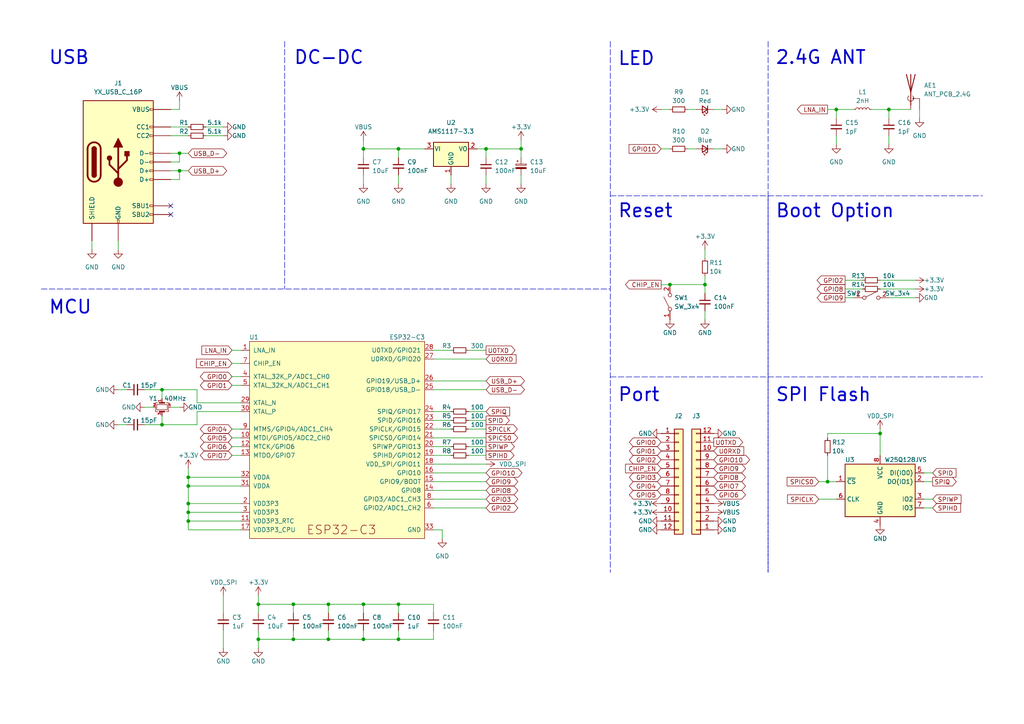
<source format=kicad_sch>
(kicad_sch (version 20211123) (generator eeschema)
  (paper "A4")
  (lib_symbols
    (symbol "Connector:USB_C_Receptacle_USB2.0" (pin_numbers hide) (pin_names (offset 1.016))
      (property "Reference" "J" (at -10.16 19.05 0))
      (property "Value" "USB_C_Receptacle_USB2.0" (at 19.05 19.05 0))
      (symbol "USB_C_Receptacle_USB2.0_0_0"
        (rectangle (start -0.254 -17.78) (end 0.254 -16.764))
        (rectangle (start 10.16 -14.986) (end 9.144 -15.494))
        (rectangle (start 10.16 -12.446) (end 9.144 -12.954))
        (rectangle (start 10.16 -4.826) (end 9.144 -5.334))
        (rectangle (start 10.16 -2.286) (end 9.144 -2.794))
        (rectangle (start 10.16 0.254) (end 9.144 -0.254))
        (rectangle (start 10.16 2.794) (end 9.144 2.286))
        (rectangle (start 10.16 7.874) (end 9.144 7.366))
        (rectangle (start 10.16 10.414) (end 9.144 9.906))
        (rectangle (start 10.16 15.494) (end 9.144 14.986))
      )
      (symbol "USB_C_Receptacle_USB2.0_0_1"
        (rectangle (start -10.16 17.78) (end 10.16 -17.78) (stroke (width 0.254)) (fill (type background)))
        (arc (start -8.89 -3.81) (mid -6.985 -5.715) (end -5.08 -3.81) (stroke (width 0.508)))
        (arc (start -7.62 -3.81) (mid -6.985 -4.445) (end -6.35 -3.81) (stroke (width 0.254)))
        (arc (start -7.62 -3.81) (mid -6.985 -4.445) (end -6.35 -3.81) (stroke (width 0.254)) (fill (type outline)))
        (rectangle (start -7.62 -3.81) (end -6.35 3.81) (stroke (width 0.254)) (fill (type outline)))
        (arc (start -6.35 3.81) (mid -6.985 4.445) (end -7.62 3.81) (stroke (width 0.254)))
        (arc (start -6.35 3.81) (mid -6.985 4.445) (end -7.62 3.81) (stroke (width 0.254)) (fill (type outline)))
        (arc (start -5.08 3.81) (mid -6.985 5.715) (end -8.89 3.81) (stroke (width 0.508)))
        (circle (center -2.54 1.143) (radius 0.635) (stroke (width 0.254)) (fill (type outline)))
        (circle (center 0 -5.842) (radius 1.27) (fill (type outline)))
        (polyline (pts (xy -8.89 -3.81) (xy -8.89 3.81)) (stroke (width 0.508)))
        (polyline (pts (xy -5.08 3.81) (xy -5.08 -3.81)) (stroke (width 0.508)))
        (polyline (pts (xy 0 -5.842) (xy 0 4.318)) (stroke (width 0.508)))
        (polyline (pts (xy 0 -3.302) (xy -2.54 -0.762) (xy -2.54 0.508)) (stroke (width 0.508)))
        (polyline (pts (xy 0 -2.032) (xy 2.54 0.508) (xy 2.54 1.778)) (stroke (width 0.508)))
        (polyline (pts (xy -1.27 4.318) (xy 0 6.858) (xy 1.27 4.318) (xy -1.27 4.318)) (stroke (width 0.254)) (fill (type outline)))
        (rectangle (start 1.905 1.778) (end 3.175 3.048) (stroke (width 0.254)) (fill (type outline)))
      )
      (symbol "USB_C_Receptacle_USB2.0_1_1"
        (pin passive line (at 0 -22.86 90) (length 5.08) (name "GND") (number "A1"))
        (pin passive line (at 0 -22.86 90) (length 5.08) hide (name "GND") (number "A12"))
        (pin passive line (at 15.24 15.24 180) (length 5.08) (name "VBUS") (number "A4"))
        (pin bidirectional line (at 15.24 10.16 180) (length 5.08) (name "CC1") (number "A5"))
        (pin bidirectional line (at 15.24 -2.54 180) (length 5.08) (name "D+") (number "A6"))
        (pin bidirectional line (at 15.24 2.54 180) (length 5.08) (name "D-") (number "A7"))
        (pin bidirectional line (at 15.24 -12.7 180) (length 5.08) (name "SBU1") (number "A8"))
        (pin passive line (at 15.24 15.24 180) (length 5.08) hide (name "VBUS") (number "A9"))
        (pin passive line (at 0 -22.86 90) (length 5.08) hide (name "GND") (number "B1"))
        (pin passive line (at 0 -22.86 90) (length 5.08) hide (name "GND") (number "B12"))
        (pin passive line (at 15.24 15.24 180) (length 5.08) hide (name "VBUS") (number "B4"))
        (pin bidirectional line (at 15.24 7.62 180) (length 5.08) (name "CC2") (number "B5"))
        (pin bidirectional line (at 15.24 -5.08 180) (length 5.08) (name "D+") (number "B6"))
        (pin bidirectional line (at 15.24 0 180) (length 5.08) (name "D-") (number "B7"))
        (pin bidirectional line (at 15.24 -15.24 180) (length 5.08) (name "SBU2") (number "B8"))
        (pin passive line (at 15.24 15.24 180) (length 5.08) hide (name "VBUS") (number "B9"))
        (pin passive line (at -7.62 -22.86 90) (length 5.08) (name "SHIELD") (number "S1"))
      )
    )
    (symbol "Connector_Generic:Conn_01x12" (pin_names (offset 1.016) hide)
      (property "Reference" "J" (at 0 15.24 0))
      (property "Value" "Conn_01x12" (at 0 -17.78 0))
      (symbol "Conn_01x12_1_1"
        (rectangle (start -1.27 -15.113) (end 0 -15.367) (stroke (width 0.1524)))
        (rectangle (start -1.27 -12.573) (end 0 -12.827) (stroke (width 0.1524)))
        (rectangle (start -1.27 -10.033) (end 0 -10.287) (stroke (width 0.1524)))
        (rectangle (start -1.27 -7.493) (end 0 -7.747) (stroke (width 0.1524)))
        (rectangle (start -1.27 -4.953) (end 0 -5.207) (stroke (width 0.1524)))
        (rectangle (start -1.27 -2.413) (end 0 -2.667) (stroke (width 0.1524)))
        (rectangle (start -1.27 0.127) (end 0 -0.127) (stroke (width 0.1524)))
        (rectangle (start -1.27 2.667) (end 0 2.413) (stroke (width 0.1524)))
        (rectangle (start -1.27 5.207) (end 0 4.953) (stroke (width 0.1524)))
        (rectangle (start -1.27 7.747) (end 0 7.493) (stroke (width 0.1524)))
        (rectangle (start -1.27 10.287) (end 0 10.033) (stroke (width 0.1524)))
        (rectangle (start -1.27 12.827) (end 0 12.573) (stroke (width 0.1524)))
        (rectangle (start -1.27 13.97) (end 1.27 -16.51) (stroke (width 0.254)) (fill (type background)))
        (pin passive line (at -5.08 12.7 0) (length 3.81) (name "Pin_1") (number "1"))
        (pin passive line (at -5.08 -10.16 0) (length 3.81) (name "Pin_10") (number "10"))
        (pin passive line (at -5.08 -12.7 0) (length 3.81) (name "Pin_11") (number "11"))
        (pin passive line (at -5.08 -15.24 0) (length 3.81) (name "Pin_12") (number "12"))
        (pin passive line (at -5.08 10.16 0) (length 3.81) (name "Pin_2") (number "2"))
        (pin passive line (at -5.08 7.62 0) (length 3.81) (name "Pin_3") (number "3"))
        (pin passive line (at -5.08 5.08 0) (length 3.81) (name "Pin_4") (number "4"))
        (pin passive line (at -5.08 2.54 0) (length 3.81) (name "Pin_5") (number "5"))
        (pin passive line (at -5.08 0 0) (length 3.81) (name "Pin_6") (number "6"))
        (pin passive line (at -5.08 -2.54 0) (length 3.81) (name "Pin_7") (number "7"))
        (pin passive line (at -5.08 -5.08 0) (length 3.81) (name "Pin_8") (number "8"))
        (pin passive line (at -5.08 -7.62 0) (length 3.81) (name "Pin_9") (number "9"))
      )
    )
    (symbol "Device:Antenna_Shield" (pin_numbers hide) (pin_names (offset 1.016) hide)
      (property "Reference" "AE" (at -1.905 4.445 0))
      (property "Value" "Antenna_Shield" (at -1.905 2.54 0))
      (symbol "Antenna_Shield_0_1"
        (arc (start -0.508 -1.143) (mid -0.8429 -2.1194) (end 0 -2.667))
        (arc (start 0 -2.667) (mid 0.7989 -2.1052) (end 0.508 -1.143))
        (polyline (pts (xy 0 -2.54) (xy 0 0)))
        (polyline (pts (xy 0 5.08) (xy 0 -3.81)) (stroke (width 0.254)))
        (polyline (pts (xy 0.762 -1.905) (xy 2.54 -1.905)))
        (polyline (pts (xy 2.54 -2.54) (xy 2.54 -1.905)))
        (polyline (pts (xy 1.27 5.08) (xy 0 0) (xy -1.27 5.08)) (stroke (width 0.254)))
        (circle (center 0.762 -1.905) (radius 0.1778) (fill (type outline)))
      )
      (symbol "Antenna_Shield_1_1"
        (pin input line (at 0 -5.08 90) (length 2.54) (name "A") (number "1"))
        (pin input line (at 2.54 -5.08 90) (length 2.54) (name "Shield") (number "2"))
      )
    )
    (symbol "Device:C_Polarized_Small" (pin_numbers hide) (pin_names (offset 0.254) hide)
      (property "Reference" "C" (at 0.254 1.778 0))
      (property "Value" "C_Polarized_Small" (at 0.254 -2.032 0))
      (symbol "C_Polarized_Small_0_1"
        (rectangle (start -1.524 -0.3048) (end 1.524 -0.6858) (fill (type outline)))
        (rectangle (start -1.524 0.6858) (end 1.524 0.3048))
        (polyline (pts (xy -1.27 1.524) (xy -0.762 1.524)))
        (polyline (pts (xy -1.016 1.27) (xy -1.016 1.778)))
      )
      (symbol "C_Polarized_Small_1_1"
        (pin passive line (at 0 2.54 270) (length 1.8542) (name "~") (number "1"))
        (pin passive line (at 0 -2.54 90) (length 1.8542) (name "~") (number "2"))
      )
    )
    (symbol "Device:C_Small" (pin_numbers hide) (pin_names (offset 0.254) hide)
      (property "Reference" "C" (at 0.254 1.778 0))
      (property "Value" "C_Small" (at 0.254 -2.032 0))
      (symbol "C_Small_0_1"
        (polyline (pts (xy -1.524 -0.508) (xy 1.524 -0.508)) (stroke (width 0.3302)))
        (polyline (pts (xy -1.524 0.508) (xy 1.524 0.508)) (stroke (width 0.3048)))
      )
      (symbol "C_Small_1_1"
        (pin passive line (at 0 2.54 270) (length 2.032) (name "~") (number "1"))
        (pin passive line (at 0 -2.54 90) (length 2.032) (name "~") (number "2"))
      )
    )
    (symbol "Device:Crystal_GND24_Small" (pin_names (offset 1.016) hide)
      (property "Reference" "Y" (at 1.27 4.445 0))
      (property "Value" "Crystal_GND24_Small" (at 1.27 2.54 0))
      (symbol "Crystal_GND24_Small_0_1"
        (rectangle (start -0.762 -1.524) (end 0.762 1.524))
        (polyline (pts (xy -1.27 -0.762) (xy -1.27 0.762)) (stroke (width 0.381)))
        (polyline (pts (xy 1.27 -0.762) (xy 1.27 0.762)) (stroke (width 0.381)))
        (polyline (pts (xy -1.27 -1.27) (xy -1.27 -1.905) (xy 1.27 -1.905) (xy 1.27 -1.27)))
        (polyline (pts (xy -1.27 1.27) (xy -1.27 1.905) (xy 1.27 1.905) (xy 1.27 1.27)))
      )
      (symbol "Crystal_GND24_Small_1_1"
        (pin passive line (at -2.54 0 0) (length 1.27) (name "1") (number "1"))
        (pin passive line (at 0 -2.54 90) (length 0.635) (name "2") (number "2"))
        (pin passive line (at 2.54 0 180) (length 1.27) (name "3") (number "3"))
        (pin passive line (at 0 2.54 270) (length 0.635) (name "4") (number "4"))
      )
    )
    (symbol "Device:LED_Small" (pin_numbers hide) (pin_names (offset 0.254) hide)
      (property "Reference" "D" (at -1.27 3.175 0))
      (property "Value" "LED_Small" (at -4.445 -2.54 0))
      (symbol "LED_Small_0_1"
        (polyline (pts (xy -0.762 -1.016) (xy -0.762 1.016)) (stroke (width 0.254)))
        (polyline (pts (xy 1.016 0) (xy -0.762 0)))
        (polyline (pts (xy 0.762 -1.016) (xy -0.762 0) (xy 0.762 1.016) (xy 0.762 -1.016)) (stroke (width 0.254)))
        (polyline (pts (xy 0 0.762) (xy -0.508 1.27) (xy -0.254 1.27) (xy -0.508 1.27) (xy -0.508 1.016)))
        (polyline (pts (xy 0.508 1.27) (xy 0 1.778) (xy 0.254 1.778) (xy 0 1.778) (xy 0 1.524)))
      )
      (symbol "LED_Small_1_1"
        (pin passive line (at -2.54 0 0) (length 1.778) (name "K") (number "1"))
        (pin passive line (at 2.54 0 180) (length 1.778) (name "A") (number "2"))
      )
    )
    (symbol "Device:L_Small" (pin_numbers hide) (pin_names (offset 0.254) hide)
      (property "Reference" "L" (at 0.762 1.016 0))
      (property "Value" "L_Small" (at 0.762 -1.016 0))
      (symbol "L_Small_0_1"
        (arc (start 0 -2.032) (mid 0.508 -1.524) (end 0 -1.016))
        (arc (start 0 -1.016) (mid 0.508 -0.508) (end 0 0))
        (arc (start 0 0) (mid 0.508 0.508) (end 0 1.016))
        (arc (start 0 1.016) (mid 0.508 1.524) (end 0 2.032))
      )
      (symbol "L_Small_1_1"
        (pin passive line (at 0 2.54 270) (length 0.508) (name "~") (number "1"))
        (pin passive line (at 0 -2.54 90) (length 0.508) (name "~") (number "2"))
      )
    )
    (symbol "Device:R_Small" (pin_numbers hide) (pin_names (offset 0.254) hide)
      (property "Reference" "R" (at 0.762 0.508 0))
      (property "Value" "R_Small" (at 0.762 -1.016 0))
      (symbol "R_Small_0_1"
        (rectangle (start -0.762 1.778) (end 0.762 -1.778) (stroke (width 0.2032)))
      )
      (symbol "R_Small_1_1"
        (pin passive line (at 0 2.54 270) (length 0.762) (name "~") (number "1"))
        (pin passive line (at 0 -2.54 90) (length 0.762) (name "~") (number "2"))
      )
    )
    (symbol "Espressif:ESP32-C3" (pin_names (offset 1.016))
      (property "Reference" "U" (at 0 31.75 0))
      (property "Value" "ESP32-C3" (at 0 -27.94 0))
      (symbol "ESP32-C3_0_0"
        (text "ESP32-C3" (at 1.27 -24.13 0) (effects (font (size 2.54 2.54))))
        (pin bidirectional line (at -27.94 27.94 0) (length 2.54) (name "LNA_IN") (number "1"))
        (pin bidirectional line (at -27.94 2.54 0) (length 2.54) (name "MTDI/GPIO5/ADC2_CH0") (number "10"))
        (pin power_in line (at -27.94 -21.59 0) (length 2.54) (name "VDD3P3_RTC") (number "11"))
        (pin bidirectional line (at -27.94 0 0) (length 2.54) (name "MTCK/GPIO6") (number "12"))
        (pin bidirectional line (at -27.94 -2.54 0) (length 2.54) (name "MTDO/GPIO7") (number "13"))
        (pin bidirectional line (at 27.94 -12.7 180) (length 2.54) (name "GPIO8") (number "14"))
        (pin bidirectional line (at 27.94 -10.16 180) (length 2.54) (name "GPIO9/BOOT") (number "15"))
        (pin bidirectional line (at 27.94 -7.62 180) (length 2.54) (name "GPIO10") (number "16"))
        (pin power_in line (at -27.94 -24.13 0) (length 2.54) (name "VDD3P3_CPU") (number "17"))
        (pin bidirectional line (at 27.94 -5.08 180) (length 2.54) (name "VDD_SPI/GPIO11") (number "18"))
        (pin bidirectional line (at 27.94 -2.54 180) (length 2.54) (name "SPIHD/GPIO12") (number "19"))
        (pin power_in line (at -27.94 -16.51 0) (length 2.54) (name "VDD3P3") (number "2"))
        (pin bidirectional line (at 27.94 0 180) (length 2.54) (name "SPIWP/GPIO13") (number "20"))
        (pin bidirectional line (at 27.94 2.54 180) (length 2.54) (name "SPICS0/GPIO14") (number "21"))
        (pin bidirectional line (at 27.94 5.08 180) (length 2.54) (name "SPICLK/GPIO15") (number "22"))
        (pin bidirectional line (at 27.94 7.62 180) (length 2.54) (name "SPID/GPIO16") (number "23"))
        (pin bidirectional line (at 27.94 10.16 180) (length 2.54) (name "SPIQ/GPIO17") (number "24"))
        (pin bidirectional line (at 27.94 16.51 180) (length 2.54) (name "GPIO18/USB_D-") (number "25"))
        (pin bidirectional line (at 27.94 19.05 180) (length 2.54) (name "GPIO19/USB_D+") (number "26"))
        (pin bidirectional line (at 27.94 25.4 180) (length 2.54) (name "U0RXD/GPIO20") (number "27"))
        (pin bidirectional line (at 27.94 27.94 180) (length 2.54) (name "U0TXD/GPIO21") (number "28"))
        (pin output line (at -27.94 12.7 0) (length 2.54) (name "XTAL_N") (number "29"))
        (pin power_in line (at -27.94 -19.05 0) (length 2.54) (name "VDD3P3") (number "3"))
        (pin input line (at -27.94 10.16 0) (length 2.54) (name "XTAL_P") (number "30"))
        (pin power_in line (at -27.94 -11.43 0) (length 2.54) (name "VDDA") (number "31"))
        (pin power_in line (at -27.94 -8.89 0) (length 2.54) (name "VDDA") (number "32"))
        (pin power_in line (at 27.94 -24.13 180) (length 2.54) (name "GND") (number "33"))
        (pin output line (at -27.94 20.32 0) (length 2.54) (name "XTAL_32K_P/ADC1_CH0") (number "4"))
        (pin input line (at -27.94 17.78 0) (length 2.54) (name "XTAL_32K_N/ADC1_CH1") (number "5"))
        (pin bidirectional line (at 27.94 -17.78 180) (length 2.54) (name "GPIO2/ADC1_CH2") (number "6"))
        (pin input line (at -27.94 24.13 0) (length 2.54) (name "CHIP_EN") (number "7"))
        (pin bidirectional line (at 27.94 -15.24 180) (length 2.54) (name "GPIO3/ADC1_CH3") (number "8"))
        (pin bidirectional line (at -27.94 5.08 0) (length 2.54) (name "MTMS/GPIO4/ADC1_CH4") (number "9"))
      )
      (symbol "ESP32-C3_0_1"
        (rectangle (start -25.4 30.48) (end 25.4 -26.67) (fill (type background)))
      )
    )
    (symbol "Memory_Flash:W25Q128JVS"
      (property "Reference" "U" (at -8.89 8.89 0))
      (property "Value" "W25Q128JVS" (at 7.62 8.89 0))
      (symbol "W25Q128JVS_0_1"
        (rectangle (start -10.16 7.62) (end 10.16 -7.62) (stroke (width 0.254)) (fill (type background)))
      )
      (symbol "W25Q128JVS_1_1"
        (pin input line (at -12.7 2.54 0) (length 2.54) (name "~{CS}") (number "1"))
        (pin bidirectional line (at 12.7 2.54 180) (length 2.54) (name "DO(IO1)") (number "2"))
        (pin bidirectional line (at 12.7 -2.54 180) (length 2.54) (name "IO2") (number "3"))
        (pin power_in line (at 0 -10.16 90) (length 2.54) (name "GND") (number "4"))
        (pin bidirectional line (at 12.7 5.08 180) (length 2.54) (name "DI(IO0)") (number "5"))
        (pin input line (at -12.7 -2.54 0) (length 2.54) (name "CLK") (number "6"))
        (pin bidirectional line (at 12.7 -5.08 180) (length 2.54) (name "IO3") (number "7"))
        (pin power_in line (at 0 10.16 270) (length 2.54) (name "VCC") (number "8"))
      )
    )
    (symbol "Project_Library:VDD_SPI"
      (property "Value" "VDD_SPI" (at 0 3.81 0))
      (symbol "VDD_SPI_0_1"
        (polyline (pts (xy -0.762 1.27) (xy 0 2.54)))
        (polyline (pts (xy 0 0) (xy 0 2.54)))
        (polyline (pts (xy 0 2.54) (xy 0.762 1.27)))
      )
      (symbol "VDD_SPI_1_1"
        (pin power_in line (at 0 0 90) (length 0) hide (name "VDD_SPI") (number "1"))
      )
    )
    (symbol "Regulator_Linear:AMS1117-3.3" (pin_names (offset 0.254))
      (property "Reference" "U" (at -3.81 3.175 0))
      (property "Value" "AMS1117-3.3" (at 0 3.175 0))
      (symbol "AMS1117-3.3_0_1"
        (rectangle (start -5.08 -5.08) (end 5.08 1.905) (stroke (width 0.254)) (fill (type background)))
      )
      (symbol "AMS1117-3.3_1_1"
        (pin power_in line (at 0 -7.62 90) (length 2.54) (name "GND") (number "1"))
        (pin power_out line (at 7.62 0 180) (length 2.54) (name "VO") (number "2"))
        (pin power_in line (at -7.62 0 0) (length 2.54) (name "VI") (number "3"))
      )
    )
    (symbol "Switch:SW_SPST" (pin_names (offset 0) hide)
      (property "Reference" "SW" (at 0 3.175 0))
      (property "Value" "SW_SPST" (at 0 -2.54 0))
      (symbol "SW_SPST_0_0"
        (circle (center -2.032 0) (radius 0.508))
        (polyline (pts (xy -1.524 0.254) (xy 1.524 1.778)))
        (circle (center 2.032 0) (radius 0.508))
      )
      (symbol "SW_SPST_1_1"
        (pin passive line (at -5.08 0 0) (length 2.54) (name "A") (number "1"))
        (pin passive line (at 5.08 0 180) (length 2.54) (name "B") (number "2"))
      )
    )
    (symbol "power:+3.3V" (power) (pin_names (offset 0))
      (property "Value" "+3.3V" (at 0 3.556 0))
      (symbol "+3.3V_0_1"
        (polyline (pts (xy -0.762 1.27) (xy 0 2.54)))
        (polyline (pts (xy 0 0) (xy 0 2.54)))
        (polyline (pts (xy 0 2.54) (xy 0.762 1.27)))
      )
      (symbol "+3.3V_1_1"
        (pin power_in line (at 0 0 90) (length 0) hide (name "+3.3V") (number "1"))
      )
    )
    (symbol "power:GND" (power) (pin_names (offset 0))
      (property "Value" "GND" (at 0 -3.81 0))
      (symbol "GND_0_1"
        (polyline (pts (xy 0 0) (xy 0 -1.27) (xy 1.27 -1.27) (xy 0 -2.54) (xy -1.27 -1.27) (xy 0 -1.27)))
      )
      (symbol "GND_1_1"
        (pin power_in line (at 0 0 270) (length 0) hide (name "GND") (number "1"))
      )
    )
    (symbol "power:VBUS" (power) (pin_names (offset 0))
      (property "Value" "VBUS" (at 0 3.81 0))
      (symbol "VBUS_0_1"
        (polyline (pts (xy -0.762 1.27) (xy 0 2.54)))
        (polyline (pts (xy 0 0) (xy 0 2.54)))
        (polyline (pts (xy 0 2.54) (xy 0.762 1.27)))
      )
      (symbol "VBUS_1_1"
        (pin power_in line (at 0 0 90) (length 0) hide (name "VBUS") (number "1"))
      )
    )
  )
  (junction (at 105.41 185.42))
  (junction (at 54.61 148.59))
  (junction (at 74.93 175.26))
  (junction (at 105.41 175.26))
  (junction (at 204.47 82.55))
  (junction (at 140.97 43.18))
  (junction (at 52.07 44.45))
  (junction (at 54.61 146.05))
  (junction (at 54.61 140.97))
  (junction (at 240.03 139.7))
  (junction (at 115.57 43.18))
  (junction (at 194.31 82.55))
  (junction (at 115.57 185.42))
  (junction (at 95.25 175.26))
  (junction (at 54.61 138.43))
  (junction (at 115.57 175.26))
  (junction (at 255.27 125.73))
  (junction (at 95.25 185.42))
  (junction (at 74.93 185.42))
  (junction (at 54.61 151.13))
  (junction (at 46.99 113.03))
  (junction (at 85.09 185.42))
  (junction (at 46.99 123.19))
  (junction (at 242.57 31.75))
  (junction (at 151.13 43.18))
  (junction (at 105.41 43.18))
  (junction (at 85.09 175.26))
  (junction (at 52.07 49.53))
  (junction (at 257.81 31.75))
  (no_connect (at 49.53 62.23))
  (no_connect (at 49.53 59.69))
  (wire (pts (xy 54.61 151.13) (xy 54.61 148.59)))
  (wire (pts (xy 67.31 127) (xy 69.85 127)))
  (wire (pts (xy 255.27 124.46) (xy 255.27 125.73)))
  (wire (pts (xy 41.91 113.03) (xy 46.99 113.03)))
  (wire (pts (xy 95.25 185.42) (xy 105.41 185.42)))
  (wire (pts (xy 34.29 123.19) (xy 36.83 123.19)))
  (wire (pts (xy 54.61 148.59) (xy 54.61 146.05)))
  (wire (pts (xy 240.03 31.75) (xy 242.57 31.75)))
  (wire (pts (xy 49.53 39.37) (xy 54.61 39.37)))
  (wire (pts (xy 125.73 127) (xy 140.97 127)))
  (wire (pts (xy 41.91 123.19) (xy 46.99 123.19)))
  (wire (pts (xy 34.29 113.03) (xy 36.83 113.03)))
  (wire (pts (xy 270.51 144.78) (xy 267.97 144.78)))
  (wire (pts (xy 245.11 81.28) (xy 250.19 81.28)))
  (wire (pts (xy 74.93 185.42) (xy 74.93 187.96)))
  (wire (pts (xy 125.73 134.62) (xy 140.97 134.62)))
  (wire (pts (xy 255.27 125.73) (xy 255.27 132.08)))
  (wire (pts (xy 67.31 111.76) (xy 69.85 111.76)))
  (wire (pts (xy 54.61 153.67) (xy 54.61 151.13)))
  (wire (pts (xy 54.61 44.45) (xy 52.07 44.45)))
  (wire (pts (xy 135.89 119.38) (xy 140.97 119.38)))
  (wire (pts (xy 67.31 101.6) (xy 69.85 101.6)))
  (wire (pts (xy 240.03 139.7) (xy 242.57 139.7)))
  (wire (pts (xy 52.07 52.07) (xy 52.07 49.53)))
  (wire (pts (xy 67.31 105.41) (xy 69.85 105.41)))
  (wire (pts (xy 67.31 109.22) (xy 69.85 109.22)))
  (wire (pts (xy 67.31 124.46) (xy 69.85 124.46)))
  (wire (pts (xy 105.41 43.18) (xy 105.41 45.72)))
  (wire (pts (xy 191.77 82.55) (xy 194.31 82.55)))
  (wire (pts (xy 135.89 124.46) (xy 140.97 124.46)))
  (wire (pts (xy 125.73 101.6) (xy 130.81 101.6)))
  (wire (pts (xy 140.97 43.18) (xy 151.13 43.18)))
  (wire (pts (xy 125.73 175.26) (xy 115.57 175.26)))
  (wire (pts (xy 125.73 137.16) (xy 140.97 137.16)))
  (wire (pts (xy 115.57 175.26) (xy 115.57 177.8)))
  (wire (pts (xy 115.57 43.18) (xy 105.41 43.18)))
  (wire (pts (xy 151.13 40.64) (xy 151.13 43.18)))
  (wire (pts (xy 204.47 72.39) (xy 204.47 74.93)))
  (wire (pts (xy 135.89 132.08) (xy 140.97 132.08)))
  (wire (pts (xy 240.03 132.08) (xy 240.03 139.7)))
  (wire (pts (xy 115.57 43.18) (xy 115.57 45.72)))
  (wire (pts (xy 95.25 175.26) (xy 85.09 175.26)))
  (wire (pts (xy 125.73 121.92) (xy 130.81 121.92)))
  (wire (pts (xy 194.31 82.55) (xy 204.47 82.55)))
  (wire (pts (xy 85.09 175.26) (xy 74.93 175.26)))
  (polyline (pts (xy 177.0126 12.0142) (xy 177.0126 166.0144)))
  (wire (pts (xy 52.07 46.99) (xy 52.07 44.45)))
  (wire (pts (xy 257.81 31.75) (xy 257.81 34.29)))
  (wire (pts (xy 46.99 123.19) (xy 57.15 123.19)))
  (wire (pts (xy 191.77 43.18) (xy 194.31 43.18)))
  (wire (pts (xy 135.89 129.54) (xy 140.97 129.54)))
  (wire (pts (xy 255.27 81.28) (xy 265.43 81.28)))
  (polyline (pts (xy 222.7834 56.7944) (xy 222.7834 165.989)))
  (wire (pts (xy 130.81 50.8) (xy 130.81 53.34)))
  (wire (pts (xy 242.57 34.29) (xy 242.57 31.75)))
  (wire (pts (xy 151.13 43.18) (xy 151.13 45.72)))
  (wire (pts (xy 64.77 172.72) (xy 64.77 177.8)))
  (wire (pts (xy 242.57 39.37) (xy 242.57 41.91)))
  (wire (pts (xy 125.73 153.67) (xy 128.27 153.67)))
  (wire (pts (xy 46.99 113.03) (xy 46.99 115.57)))
  (wire (pts (xy 204.47 92.71) (xy 204.47 90.17)))
  (polyline (pts (xy 11.9888 83.82) (xy 177.0126 83.82)))
  (wire (pts (xy 245.11 83.82) (xy 250.19 83.82)))
  (wire (pts (xy 74.93 182.88) (xy 74.93 185.42)))
  (wire (pts (xy 125.73 124.46) (xy 130.81 124.46)))
  (wire (pts (xy 74.93 172.72) (xy 74.93 175.26)))
  (polyline (pts (xy 177.0126 56.7944) (xy 284.988 56.7944)))
  (wire (pts (xy 207.01 31.75) (xy 209.55 31.75)))
  (wire (pts (xy 69.85 153.67) (xy 54.61 153.67)))
  (wire (pts (xy 95.25 175.26) (xy 95.25 177.8)))
  (wire (pts (xy 245.11 86.36) (xy 247.65 86.36)))
  (wire (pts (xy 115.57 50.8) (xy 115.57 53.34)))
  (wire (pts (xy 270.51 147.32) (xy 267.97 147.32)))
  (wire (pts (xy 54.61 49.53) (xy 52.07 49.53)))
  (wire (pts (xy 105.41 50.8) (xy 105.41 53.34)))
  (wire (pts (xy 57.15 119.38) (xy 57.15 123.19)))
  (wire (pts (xy 191.77 31.75) (xy 194.31 31.75)))
  (wire (pts (xy 46.99 123.19) (xy 46.99 120.65)))
  (wire (pts (xy 69.85 151.13) (xy 54.61 151.13)))
  (wire (pts (xy 54.61 140.97) (xy 69.85 140.97)))
  (wire (pts (xy 115.57 175.26) (xy 105.41 175.26)))
  (wire (pts (xy 49.53 52.07) (xy 52.07 52.07)))
  (wire (pts (xy 54.61 138.43) (xy 54.61 135.89)))
  (wire (pts (xy 115.57 182.88) (xy 115.57 185.42)))
  (wire (pts (xy 207.01 43.18) (xy 209.55 43.18)))
  (wire (pts (xy 52.07 118.11) (xy 49.53 118.11)))
  (polyline (pts (xy 82.55 12.0142) (xy 82.55 83.82)))
  (wire (pts (xy 85.09 185.42) (xy 95.25 185.42)))
  (wire (pts (xy 140.97 101.6) (xy 135.89 101.6)))
  (wire (pts (xy 252.73 31.75) (xy 257.81 31.75)))
  (wire (pts (xy 54.61 146.05) (xy 54.61 140.97)))
  (wire (pts (xy 125.73 119.38) (xy 130.81 119.38)))
  (wire (pts (xy 140.97 43.18) (xy 140.97 45.72)))
  (wire (pts (xy 204.47 80.01) (xy 204.47 82.55)))
  (wire (pts (xy 54.61 140.97) (xy 54.61 138.43)))
  (wire (pts (xy 74.93 175.26) (xy 74.93 177.8)))
  (wire (pts (xy 128.27 153.67) (xy 128.27 156.21)))
  (wire (pts (xy 270.51 139.7) (xy 267.97 139.7)))
  (wire (pts (xy 204.47 82.55) (xy 204.47 85.09)))
  (wire (pts (xy 266.7 31.75) (xy 266.7 34.29)))
  (wire (pts (xy 125.73 132.08) (xy 130.81 132.08)))
  (wire (pts (xy 255.27 83.82) (xy 265.43 83.82)))
  (wire (pts (xy 85.09 182.88) (xy 85.09 185.42)))
  (wire (pts (xy 95.25 182.88) (xy 95.25 185.42)))
  (wire (pts (xy 199.39 31.75) (xy 201.93 31.75)))
  (wire (pts (xy 59.69 39.37) (xy 64.77 39.37)))
  (wire (pts (xy 69.85 116.84) (xy 57.15 116.84)))
  (wire (pts (xy 125.73 104.14) (xy 140.97 104.14)))
  (wire (pts (xy 49.53 31.75) (xy 52.07 31.75)))
  (wire (pts (xy 54.61 138.43) (xy 69.85 138.43)))
  (wire (pts (xy 26.67 69.85) (xy 26.67 72.39)))
  (wire (pts (xy 125.73 177.8) (xy 125.73 175.26)))
  (wire (pts (xy 125.73 182.88) (xy 125.73 185.42)))
  (wire (pts (xy 199.39 43.18) (xy 201.93 43.18)))
  (wire (pts (xy 67.31 132.08) (xy 69.85 132.08)))
  (wire (pts (xy 52.07 44.45) (xy 49.53 44.45)))
  (wire (pts (xy 125.73 144.78) (xy 140.97 144.78)))
  (wire (pts (xy 257.81 39.37) (xy 257.81 41.91)))
  (wire (pts (xy 57.15 116.84) (xy 57.15 113.03)))
  (wire (pts (xy 125.73 110.49) (xy 140.97 110.49)))
  (wire (pts (xy 135.89 121.92) (xy 140.97 121.92)))
  (wire (pts (xy 115.57 43.18) (xy 123.19 43.18)))
  (wire (pts (xy 242.57 31.75) (xy 247.65 31.75)))
  (wire (pts (xy 240.03 125.73) (xy 255.27 125.73)))
  (wire (pts (xy 52.07 31.75) (xy 52.07 29.21)))
  (wire (pts (xy 49.53 36.83) (xy 54.61 36.83)))
  (wire (pts (xy 59.69 36.83) (xy 64.77 36.83)))
  (wire (pts (xy 105.41 185.42) (xy 115.57 185.42)))
  (wire (pts (xy 105.41 175.26) (xy 105.41 177.8)))
  (wire (pts (xy 49.53 46.99) (xy 52.07 46.99)))
  (wire (pts (xy 257.81 31.75) (xy 264.16 31.75)))
  (wire (pts (xy 67.31 129.54) (xy 69.85 129.54)))
  (wire (pts (xy 52.07 49.53) (xy 49.53 49.53)))
  (wire (pts (xy 125.73 129.54) (xy 130.81 129.54)))
  (wire (pts (xy 151.13 50.8) (xy 151.13 53.34)))
  (wire (pts (xy 115.57 185.42) (xy 125.73 185.42)))
  (wire (pts (xy 41.91 118.11) (xy 44.45 118.11)))
  (polyline (pts (xy 222.7834 12.0142) (xy 222.7834 165.989)))
  (wire (pts (xy 125.73 113.03) (xy 140.97 113.03)))
  (polyline (pts (xy 177.0126 109.3216) (xy 285.0134 109.3216)))
  (wire (pts (xy 105.41 182.88) (xy 105.41 185.42)))
  (wire (pts (xy 125.73 139.7) (xy 140.97 139.7)))
  (wire (pts (xy 69.85 148.59) (xy 54.61 148.59)))
  (wire (pts (xy 64.77 187.96) (xy 64.77 182.88)))
  (wire (pts (xy 74.93 185.42) (xy 85.09 185.42)))
  (wire (pts (xy 105.41 40.64) (xy 105.41 43.18)))
  (wire (pts (xy 125.73 142.24) (xy 140.97 142.24)))
  (wire (pts (xy 105.41 175.26) (xy 95.25 175.26)))
  (wire (pts (xy 240.03 125.73) (xy 240.03 127)))
  (wire (pts (xy 257.81 86.36) (xy 265.43 86.36)))
  (wire (pts (xy 140.97 50.8) (xy 140.97 53.34)))
  (wire (pts (xy 270.51 137.16) (xy 267.97 137.16)))
  (wire (pts (xy 34.29 69.85) (xy 34.29 72.39)))
  (wire (pts (xy 237.49 139.7) (xy 240.03 139.7)))
  (wire (pts (xy 46.99 113.03) (xy 57.15 113.03)))
  (wire (pts (xy 138.43 43.18) (xy 140.97 43.18)))
  (wire (pts (xy 85.09 175.26) (xy 85.09 177.8)))
  (wire (pts (xy 69.85 119.38) (xy 57.15 119.38)))
  (wire (pts (xy 237.49 144.78) (xy 242.57 144.78)))
  (wire (pts (xy 125.73 147.32) (xy 140.97 147.32)))
  (wire (pts (xy 69.85 146.05) (xy 54.61 146.05)))
  (text "MCU" (at 13.97 91.44 0) (effects (font (size 3.81 3.81) (thickness 0.508) bold) (justify left bottom)))
  (text "Boot Option" (at 224.79 63.5 0) (effects (font (size 3.81 3.81) (thickness 0.508) bold) (justify left bottom)))
  (text "2.4G ANT" (at 224.79 19.05 0) (effects (font (size 3.81 3.81) (thickness 0.508) bold) (justify left bottom)))
  (text "Reset" (at 179.07 63.5 0) (effects (font (size 3.81 3.81) (thickness 0.508) bold) (justify left bottom)))
  (text "SPI Flash" (at 224.79 116.84 0) (effects (font (size 3.81 3.81) (thickness 0.508) bold) (justify left bottom)))
  (text "LED" (at 179.07 19.3305 0) (effects (font (size 3.81 3.81) (thickness 0.508) bold) (justify left bottom)))
  (text "USB" (at 13.97 19.05 0) (effects (font (size 3.81 3.81) (thickness 0.508) bold) (justify left bottom)))
  (text "DC-DC" (at 85.09 19.05 0) (effects (font (size 3.81 3.81) (thickness 0.508) bold) (justify left bottom)))
  (text "Port" (at 179.07 116.84 0) (effects (font (size 3.81 3.81) (thickness 0.508) bold) (justify left bottom)))
  (global_label "GPIO9" (shape output) (at 245.11 86.36 180) (property "Intersheet References" "${INTERSHEET_REFS}" (effects hide)))
  (global_label "CHIP_EN" (shape input) (at 191.77 135.89 180) (property "Intersheet References" "${INTERSHEET_REFS}" (effects hide)))
  (global_label "GPIO6" (shape bidirectional) (at 207.01 143.51 0) (property "Intersheet References" "${INTERSHEET_REFS}" (effects hide)))
  (global_label "GPIO9" (shape bidirectional) (at 207.01 135.89 0) (property "Intersheet References" "${INTERSHEET_REFS}" (effects hide)))
  (global_label "GPIO10" (shape bidirectional) (at 140.97 137.16 0) (property "Intersheet References" "${INTERSHEET_REFS}" (effects hide)))
  (global_label "LNA_IN" (shape input) (at 67.31 101.6 180) (property "Intersheet References" "${INTERSHEET_REFS}" (effects hide)))
  (global_label "GPIO5" (shape bidirectional) (at 67.31 127 180) (property "Intersheet References" "${INTERSHEET_REFS}" (effects hide)))
  (global_label "SPIQ" (shape input) (at 140.97 119.38 0) (property "Intersheet References" "${INTERSHEET_REFS}" (effects hide)))
  (global_label "GPIO4" (shape bidirectional) (at 191.77 140.97 180) (property "Intersheet References" "${INTERSHEET_REFS}" (effects hide)))
  (global_label "GPIO10" (shape input) (at 191.77 43.18 180) (property "Intersheet References" "${INTERSHEET_REFS}" (effects hide)))
  (global_label "SPID" (shape input) (at 270.51 137.16 0) (property "Intersheet References" "${INTERSHEET_REFS}" (effects hide)))
  (global_label "SPIWP" (shape output) (at 140.97 129.54 0) (property "Intersheet References" "${INTERSHEET_REFS}" (effects hide)))
  (global_label "SPIHD" (shape input) (at 270.51 147.32 0) (property "Intersheet References" "${INTERSHEET_REFS}" (effects hide)))
  (global_label "GPIO2" (shape output) (at 245.11 81.28 180) (property "Intersheet References" "${INTERSHEET_REFS}" (effects hide)))
  (global_label "USB_D-" (shape bidirectional) (at 140.97 113.03 0) (property "Intersheet References" "${INTERSHEET_REFS}" (effects hide)))
  (global_label "SPIHD" (shape output) (at 140.97 132.08 0) (property "Intersheet References" "${INTERSHEET_REFS}" (effects hide)))
  (global_label "GPIO7" (shape bidirectional) (at 207.01 140.97 0) (property "Intersheet References" "${INTERSHEET_REFS}" (effects hide)))
  (global_label "GPIO1" (shape bidirectional) (at 67.31 111.76 180) (property "Intersheet References" "${INTERSHEET_REFS}" (effects hide)))
  (global_label "GPIO5" (shape bidirectional) (at 191.77 143.51 180) (property "Intersheet References" "${INTERSHEET_REFS}" (effects hide)))
  (global_label "GPIO7" (shape bidirectional) (at 67.31 132.08 180) (property "Intersheet References" "${INTERSHEET_REFS}" (effects hide)))
  (global_label "SPICS0" (shape input) (at 237.49 139.7 180) (property "Intersheet References" "${INTERSHEET_REFS}" (effects hide)))
  (global_label "GPIO9" (shape bidirectional) (at 140.97 139.7 0) (property "Intersheet References" "${INTERSHEET_REFS}" (effects hide)))
  (global_label "GPIO3" (shape bidirectional) (at 191.77 138.43 180) (property "Intersheet References" "${INTERSHEET_REFS}" (effects hide)))
  (global_label "SPIQ" (shape output) (at 270.51 139.7 0) (property "Intersheet References" "${INTERSHEET_REFS}" (effects hide)))
  (global_label "GPIO6" (shape bidirectional) (at 67.31 129.54 180) (property "Intersheet References" "${INTERSHEET_REFS}" (effects hide)))
  (global_label "USB_D+" (shape bidirectional) (at 140.97 110.49 0) (property "Intersheet References" "${INTERSHEET_REFS}" (effects hide)))
  (global_label "CHIP_EN" (shape input) (at 67.31 105.41 180) (property "Intersheet References" "${INTERSHEET_REFS}" (effects hide)))
  (global_label "U0TXD" (shape output) (at 140.97 101.6 0) (property "Intersheet References" "${INTERSHEET_REFS}" (effects hide)))
  (global_label "U0RXD" (shape input) (at 140.97 104.14 0) (property "Intersheet References" "${INTERSHEET_REFS}" (effects hide)))
  (global_label "GPIO2" (shape bidirectional) (at 140.97 147.32 0) (property "Intersheet References" "${INTERSHEET_REFS}" (effects hide)))
  (global_label "USB_D-" (shape bidirectional) (at 54.61 44.45 0) (property "Intersheet References" "${INTERSHEET_REFS}" (effects hide)))
  (global_label "GPIO4" (shape bidirectional) (at 67.31 124.46 180) (property "Intersheet References" "${INTERSHEET_REFS}" (effects hide)))
  (global_label "GPIO0" (shape bidirectional) (at 191.77 128.27 180) (property "Intersheet References" "${INTERSHEET_REFS}" (effects hide)))
  (global_label "GPIO10" (shape bidirectional) (at 207.01 133.35 0) (property "Intersheet References" "${INTERSHEET_REFS}" (effects hide)))
  (global_label "SPICLK" (shape output) (at 140.97 124.46 0) (property "Intersheet References" "${INTERSHEET_REFS}" (effects hide)))
  (global_label "GPIO3" (shape bidirectional) (at 140.97 144.78 0) (property "Intersheet References" "${INTERSHEET_REFS}" (effects hide)))
  (global_label "SPIWP" (shape input) (at 270.51 144.78 0) (property "Intersheet References" "${INTERSHEET_REFS}" (effects hide)))
  (global_label "GPIO2" (shape bidirectional) (at 191.77 133.35 180) (property "Intersheet References" "${INTERSHEET_REFS}" (effects hide)))
  (global_label "SPID" (shape output) (at 140.97 121.92 0) (property "Intersheet References" "${INTERSHEET_REFS}" (effects hide)))
  (global_label "U0RXD" (shape input) (at 207.01 130.81 0) (property "Intersheet References" "${INTERSHEET_REFS}" (effects hide)))
  (global_label "GPIO8" (shape bidirectional) (at 140.97 142.24 0) (property "Intersheet References" "${INTERSHEET_REFS}" (effects hide)))
  (global_label "LNA_IN" (shape output) (at 240.03 31.75 180) (property "Intersheet References" "${INTERSHEET_REFS}" (effects hide)))
  (global_label "GPIO0" (shape bidirectional) (at 67.31 109.22 180) (property "Intersheet References" "${INTERSHEET_REFS}" (effects hide)))
  (global_label "GPIO8" (shape output) (at 245.11 83.82 180) (property "Intersheet References" "${INTERSHEET_REFS}" (effects hide)))
  (global_label "GPIO1" (shape bidirectional) (at 191.77 130.81 180) (property "Intersheet References" "${INTERSHEET_REFS}" (effects hide)))
  (global_label "USB_D+" (shape bidirectional) (at 54.61 49.53 0) (property "Intersheet References" "${INTERSHEET_REFS}" (effects hide)))
  (global_label "U0TXD" (shape output) (at 207.01 128.27 0) (property "Intersheet References" "${INTERSHEET_REFS}" (effects hide)))
  (global_label "CHIP_EN" (shape output) (at 191.77 82.55 180) (property "Intersheet References" "${INTERSHEET_REFS}" (effects hide)))
  (global_label "SPICLK" (shape input) (at 237.49 144.78 180) (property "Intersheet References" "${INTERSHEET_REFS}" (effects hide)))
  (global_label "GPIO8" (shape bidirectional) (at 207.01 138.43 0) (property "Intersheet References" "${INTERSHEET_REFS}" (effects hide)))
  (global_label "SPICS0" (shape output) (at 140.97 127 0) (property "Intersheet References" "${INTERSHEET_REFS}" (effects hide)))
  (symbol (lib_id "Connector_Generic:Conn_01x12") (at 196.85 138.43 0) (unit 1)
    (property "Reference" "J2" (at 195.58 120.65 0) (effects (justify left)))
    (property "Value" "Conn_01x12" (effects hide))
    (property "Footprint" "Connector_PinHeader_2.54mm:PinHeader_1x12_P2.54mm_Vertical" (effects hide))
  )
  (symbol (lib_id "power:GND") (at 64.77 187.96 0) (unit 1)
    (property "Reference" "#PWR012" (effects hide))
    (property "Value" "GND" (at 64.77 191.77 0))
  )
  (symbol (lib_id "Device:C_Polarized_Small") (at 151.13 48.26 0) (unit 1)
    (property "Reference" "C13" (at 153.67 46.99 0) (effects (justify left)))
    (property "Value" "10uF" (at 153.67 49.53 0) (effects (justify left)))
    (property "Footprint" "Capacitor_Tantalum_SMD:CP_EIA-3216-18_Kemet-A" (effects hide))
  )
  (symbol (lib_id "power:GND") (at 191.77 125.73 270) (unit 1)
    (property "Reference" "#PWR025" (effects hide))
    (property "Value" "GND" (at 189.23 125.73 90) (effects (justify right)))
  )
  (symbol (lib_id "Device:R_Small") (at 133.35 101.6 90) (unit 1)
    (property "Reference" "R3" (at 129.54 100.33 90))
    (property "Value" "300" (at 138.43 100.33 90))
    (property "Footprint" "Resistor_SMD:R_0603_1608Metric" (effects hide))
  )
  (symbol (lib_id "Memory_Flash:W25Q128JVS") (at 255.27 142.24 0) (unit 1)
    (property "Reference" "U3" (at 245.11 133.35 0) (effects (justify left)))
    (property "Value" "W25Q128JVS" (at 256.54 133.35 0) (effects (justify left)))
    (property "Footprint" "Package_SO:SOIC-8_5.23x5.23mm_P1.27mm" (effects hide))
    (property "Datasheet" "http://www.winbond.com/resource-files/w25q128jv_dtr%20revc%2003272018%20plus.pdf" (effects hide))
  )
  (symbol (lib_id "Device:C_Small") (at 105.41 180.34 0) (unit 1)
    (property "Reference" "C8" (at 107.95 179.0762 0) (effects (justify left)))
    (property "Value" "100nF" (at 107.95 181.61 0) (effects (justify left)))
    (property "Footprint" "Capacitor_SMD:C_0603_1608Metric" (effects hide))
  )
  (symbol (lib_id "Device:C_Small") (at 39.37 123.19 90) (unit 1)
    (property "Reference" "C2" (at 36.83 121.92 90))
    (property "Value" "15pF" (at 43.18 121.92 90))
    (property "Footprint" "Capacitor_SMD:C_0603_1608Metric" (effects hide))
  )
  (symbol (lib_id "power:GND") (at 255.27 152.4 0) (unit 1)
    (property "Reference" "#PWR042" (effects hide))
    (property "Value" "GND" (at 255.27 156.21 0))
  )
  (symbol (lib_id "Device:Antenna_Shield") (at 264.16 26.67 0) (unit 1)
    (property "Reference" "AE1" (at 267.97 24.7649 0) (effects (justify left)))
    (property "Value" "ANT_PCB_2.4G" (at 267.97 27.3049 0) (effects (justify left)))
    (property "Footprint" "RF_Antenna:Texas_SWRA117D_2.4GHz_Right" (effects hide))
  )
  (symbol (lib_id "Device:R_Small") (at 133.35 132.08 90) (unit 1)
    (property "Reference" "R8" (at 129.54 130.81 90))
    (property "Value" "100" (at 138.43 130.81 90))
    (property "Footprint" "Resistor_SMD:R_0603_1608Metric" (effects hide))
  )
  (symbol (lib_id "Device:R_Small") (at 133.35 129.54 90) (unit 1)
    (property "Reference" "R7" (at 129.54 128.27 90))
    (property "Value" "100" (at 138.43 128.27 90))
    (property "Footprint" "Resistor_SMD:R_0603_1608Metric" (effects hide))
  )
  (symbol (lib_id "Device:R_Small") (at 196.85 43.18 90) (unit 1)
    (property "Reference" "R10" (at 196.85 38.1 90))
    (property "Value" "300" (at 196.85 40.64 90))
    (property "Footprint" "Resistor_SMD:R_0603_1608Metric" (effects hide))
  )
  (symbol (lib_id "power:+3.3V") (at 191.77 31.75 90) (unit 1)
    (property "Reference" "#PWR024" (effects hide))
    (property "Value" "+3.3V" (at 185.42 31.75 90))
  )
  (symbol (lib_id "power:GND") (at 207.01 151.13 90) (unit 1)
    (property "Reference" "#PWR036" (effects hide))
    (property "Value" "GND" (at 209.55 151.13 90) (effects (justify right)))
  )
  (symbol (lib_id "power:GND") (at 207.01 153.67 90) (unit 1)
    (property "Reference" "#PWR037" (effects hide))
    (property "Value" "GND" (at 209.55 153.67 90) (effects (justify right)))
  )
  (symbol (lib_id "Device:R_Small") (at 133.35 121.92 90) (unit 1)
    (property "Reference" "R5" (at 129.54 120.65 90))
    (property "Value" "100" (at 138.43 120.65 90))
    (property "Footprint" "Resistor_SMD:R_0603_1608Metric" (effects hide))
  )
  (symbol (lib_id "power:GND") (at 52.07 118.11 90) (unit 1)
    (property "Reference" "#PWR07" (effects hide))
    (property "Value" "GND" (at 54.61 118.11 90) (effects (justify right)))
  )
  (symbol (lib_id "power:VBUS") (at 105.41 40.64 0) (unit 1)
    (property "Reference" "#PWR015" (effects hide))
    (property "Value" "VBUS" (at 105.41 36.83 0))
  )
  (symbol (lib_id "Device:C_Small") (at 140.97 48.26 0) (unit 1)
    (property "Reference" "C12" (at 143.51 46.9962 0) (effects (justify left)))
    (property "Value" "100nF" (at 143.51 49.53 0) (effects (justify left)))
    (property "Footprint" "Capacitor_SMD:C_0603_1608Metric" (effects hide))
  )
  (symbol (lib_id "power:+3.3V") (at 204.47 72.39 0) (unit 1)
    (property "Reference" "#PWR031" (effects hide))
    (property "Value" "+3.3V" (at 204.47 68.58 0))
  )
  (symbol (lib_id "Connector:USB_C_Receptacle_USB2.0") (at 34.29 46.99 0) (unit 1)
    (property "Reference" "J1" (at 34.29 24.13 0))
    (property "Value" "YX_USB_C_16P" (at 34.29 26.67 0))
    (property "Footprint" "Project_Library:YX_USB_C_16P" (effects hide))
    (property "Datasheet" "https://www.usb.org/sites/default/files/documents/usb_type-c.zip" (effects hide))
  )
  (symbol (lib_id "power:GND") (at 257.81 41.91 0) (unit 1)
    (property "Reference" "#PWR043" (effects hide))
    (property "Value" "GND" (at 257.81 46.99 0))
  )
  (symbol (lib_id "Device:R_Small") (at 133.35 124.46 90) (unit 1)
    (property "Reference" "R6" (at 129.54 123.19 90))
    (property "Value" "100" (at 138.43 123.19 90))
    (property "Footprint" "Resistor_SMD:R_0603_1608Metric" (effects hide))
  )
  (symbol (lib_id "power:GND") (at 105.41 53.34 0) (unit 1)
    (property "Reference" "#PWR016" (effects hide))
    (property "Value" "GND" (at 105.41 58.42 0))
  )
  (symbol (lib_id "Device:C_Small") (at 39.37 113.03 90) (unit 1)
    (property "Reference" "C1" (at 36.83 111.76 90))
    (property "Value" "15pF" (at 43.18 111.76 90))
    (property "Footprint" "Capacitor_SMD:C_0603_1608Metric" (effects hide))
  )
  (symbol (lib_id "Connector_Generic:Conn_01x12") (at 201.93 140.97 180) (unit 1)
    (property "Reference" "J3" (at 201.93 120.65 0))
    (property "Value" "Conn_01x12" (effects hide))
    (property "Footprint" "Connector_PinHeader_2.54mm:PinHeader_1x12_P2.54mm_Vertical" (effects hide))
  )
  (symbol (lib_id "Espressif:ESP32-C3") (at 97.79 129.54 0) (unit 1)
    (property "Reference" "U1" (at 73.66 97.79 0))
    (property "Value" "ESP32-C3" (at 118.11 97.79 0))
    (property "Footprint" "Package_DFN_QFN:QFN-32-1EP_5x5mm_P0.5mm_EP3.45x3.45mm" (effects hide))
    (property "Datasheet" "https://www.espressif.com/sites/default/files/documentation/esp32-c3_datasheet_en.pdf" (effects hide))
  )
  (symbol (lib_id "power:GND") (at 204.47 92.71 0) (unit 1)
    (property "Reference" "#PWR032" (effects hide))
    (property "Value" "GND" (at 204.47 96.52 0))
  )
  (symbol (lib_id "Regulator_Linear:AMS1117-3.3") (at 130.81 43.18 0) (unit 1)
    (property "Reference" "U2" (at 130.81 35.56 0))
    (property "Value" "AMS1117-3.3" (at 130.81 38.1 0))
    (property "Footprint" "Package_TO_SOT_SMD:SOT-223-3_TabPin2" (effects hide))
    (property "Datasheet" "http://www.advanced-monolithic.com/pdf/ds1117.pdf" (effects hide))
  )
  (symbol (lib_id "power:+3.3V") (at 265.43 81.28 270) (unit 1)
    (property "Reference" "#PWR044" (effects hide))
    (property "Value" "+3.3V" (at 267.97 81.28 90) (effects (justify left)))
  )
  (symbol (lib_id "power:GND") (at 191.77 151.13 270) (unit 1)
    (property "Reference" "#PWR028" (effects hide))
    (property "Value" "GND" (at 189.23 151.13 90) (effects (justify right)))
  )
  (symbol (lib_id "power:VBUS") (at 207.01 146.05 270) (unit 1)
    (property "Reference" "#PWR0103" (effects hide))
    (property "Value" "VBUS" (at 209.55 146.05 90) (effects (justify left)))
  )
  (symbol (lib_id "Device:R_Small") (at 240.03 129.54 0) (unit 1)
    (property "Reference" "R12" (at 241.3 128.27 0) (effects (justify left)))
    (property "Value" "10k" (at 241.3 130.81 0) (effects (justify left)))
    (property "Footprint" "Resistor_SMD:R_0603_1608Metric" (effects hide))
  )
  (symbol (lib_id "Device:C_Small") (at 64.77 180.34 0) (unit 1)
    (property "Reference" "C3" (at 67.31 179.0762 0) (effects (justify left)))
    (property "Value" "1uF" (at 67.31 181.61 0) (effects (justify left)))
    (property "Footprint" "Capacitor_SMD:C_0603_1608Metric" (effects hide))
  )
  (symbol (lib_id "Device:C_Small") (at 115.57 48.26 0) (unit 1)
    (property "Reference" "C9" (at 118.11 46.9962 0) (effects (justify left)))
    (property "Value" "100nF" (at 118.11 49.53 0) (effects (justify left)))
    (property "Footprint" "Capacitor_SMD:C_0603_1608Metric" (effects hide))
  )
  (symbol (lib_id "power:GND") (at 209.55 31.75 90) (unit 1)
    (property "Reference" "#PWR038" (effects hide))
    (property "Value" "GND" (at 212.09 31.75 90) (effects (justify right)))
  )
  (symbol (lib_id "power:GND") (at 265.43 86.36 90) (unit 1)
    (property "Reference" "#PWR046" (effects hide))
    (property "Value" "GND" (at 267.97 86.36 90) (effects (justify right)))
  )
  (symbol (lib_id "power:GND") (at 34.29 113.03 270) (unit 1)
    (property "Reference" "#PWR03" (effects hide))
    (property "Value" "GND" (at 31.75 113.03 90) (effects (justify right)))
  )
  (symbol (lib_id "power:GND") (at 128.27 156.21 0) (unit 1)
    (property "Reference" "#PWR018" (effects hide))
    (property "Value" "GND" (at 128.27 161.29 0))
  )
  (symbol (lib_id "Project_Library:VDD_SPI") (at 140.97 134.62 270) (unit 1)
    (property "Reference" "#PWR21" (effects hide))
    (property "Value" "VDD_SPI" (at 144.78 134.6199 90) (effects (justify left)))
  )
  (symbol (lib_id "power:VBUS") (at 207.01 148.59 270) (unit 1)
    (property "Reference" "#PWR0104" (effects hide))
    (property "Value" "VBUS" (at 209.55 148.59 90) (effects (justify left)))
  )
  (symbol (lib_id "power:+3.3V") (at 191.77 146.05 90) (unit 1)
    (property "Reference" "#PWR0101" (effects hide))
    (property "Value" "+3.3V" (at 189.23 146.05 90) (effects (justify left)))
  )
  (symbol (lib_id "power:GND") (at 242.57 41.91 0) (unit 1)
    (property "Reference" "#PWR040" (effects hide))
    (property "Value" "GND" (at 242.57 46.99 0))
  )
  (symbol (lib_id "Device:R_Small") (at 252.73 81.28 90) (unit 1)
    (property "Reference" "R13" (at 248.92 80.01 90))
    (property "Value" "10k" (at 257.81 80.01 90))
    (property "Footprint" "Resistor_SMD:R_0603_1608Metric" (effects hide))
  )
  (symbol (lib_id "Device:R_Small") (at 252.73 83.82 90) (unit 1)
    (property "Reference" "R14" (at 248.92 82.55 90))
    (property "Value" "10k" (at 257.81 82.55 90))
    (property "Footprint" "Resistor_SMD:R_0603_1608Metric" (effects hide))
  )
  (symbol (lib_id "Device:C_Small") (at 115.57 180.34 0) (unit 1)
    (property "Reference" "C10" (at 118.11 179.0762 0) (effects (justify left)))
    (property "Value" "1uF" (at 118.11 181.61 0) (effects (justify left)))
    (property "Footprint" "Capacitor_SMD:C_0603_1608Metric" (effects hide))
  )
  (symbol (lib_id "Device:R_Small") (at 133.35 119.38 90) (unit 1)
    (property "Reference" "R4" (at 129.54 118.11 90))
    (property "Value" "100" (at 138.43 118.11 90))
    (property "Footprint" "Resistor_SMD:R_0603_1608Metric" (effects hide))
  )
  (symbol (lib_id "power:GND") (at 34.29 72.39 0) (unit 1)
    (property "Reference" "#PWR02" (effects hide))
    (property "Value" "GND" (at 34.29 77.47 0))
  )
  (symbol (lib_id "power:GND") (at 191.77 153.67 270) (unit 1)
    (property "Reference" "#PWR029" (effects hide))
    (property "Value" "GND" (at 189.23 153.67 90) (effects (justify right)))
  )
  (symbol (lib_id "Device:C_Small") (at 204.47 87.63 0) (unit 1)
    (property "Reference" "C14" (at 207.01 86.3662 0) (effects (justify left)))
    (property "Value" "100nF" (at 207.01 88.9 0) (effects (justify left)))
    (property "Footprint" "Capacitor_SMD:C_0603_1608Metric" (effects hide))
  )
  (symbol (lib_id "Project_Library:VDD_SPI") (at 64.77 172.72 0) (unit 1)
    (property "Reference" "#PWR11" (effects hide))
    (property "Value" "VDD_SPI" (at 60.96 168.91 0) (effects (justify left)))
  )
  (symbol (lib_id "power:GND") (at 115.57 53.34 0) (unit 1)
    (property "Reference" "#PWR017" (effects hide))
    (property "Value" "GND" (at 115.57 58.42 0))
  )
  (symbol (lib_id "power:GND") (at 151.13 53.34 0) (unit 1)
    (property "Reference" "#PWR023" (effects hide))
    (property "Value" "GND" (at 151.13 58.42 0))
  )
  (symbol (lib_id "power:VBUS") (at 52.07 29.21 0) (unit 1)
    (property "Reference" "#PWR06" (effects hide))
    (property "Value" "VBUS" (at 52.07 25.4 0))
  )
  (symbol (lib_id "Device:LED_Small") (at 204.47 43.18 180) (unit 1)
    (property "Reference" "D2" (at 204.47 38.1 0))
    (property "Value" "Blue" (at 204.47 40.64 0))
    (property "Footprint" "LED_SMD:LED_0603_1608Metric" (effects hide))
  )
  (symbol (lib_id "power:GND") (at 130.81 53.34 0) (unit 1)
    (property "Reference" "#PWR019" (effects hide))
    (property "Value" "GND" (at 130.81 58.42 0))
  )
  (symbol (lib_id "power:+3.3V") (at 54.61 135.89 0) (unit 1)
    (property "Reference" "#PWR08" (effects hide))
    (property "Value" "+3.3V" (at 54.61 132.08 0))
  )
  (symbol (lib_id "power:+3.3V") (at 265.43 83.82 270) (unit 1)
    (property "Reference" "#PWR045" (effects hide))
    (property "Value" "+3.3V" (at 267.97 83.82 90) (effects (justify left)))
  )
  (symbol (lib_id "power:GND") (at 41.91 118.11 270) (unit 1)
    (property "Reference" "#PWR05" (effects hide))
    (property "Value" "GND" (at 39.37 118.11 90) (effects (justify right)))
  )
  (symbol (lib_id "power:GND") (at 64.77 36.83 90) (unit 1)
    (property "Reference" "#PWR09" (effects hide))
    (property "Value" "GND" (at 67.31 36.83 90) (effects (justify right)))
  )
  (symbol (lib_id "Device:R_Small") (at 57.15 39.37 90) (unit 1)
    (property "Reference" "R2" (at 53.34 38.1 90))
    (property "Value" "5.1k" (at 62.23 38.1 90))
    (property "Footprint" "Resistor_SMD:R_0603_1608Metric" (effects hide))
  )
  (symbol (lib_id "Device:C_Small") (at 125.73 180.34 0) (unit 1)
    (property "Reference" "C11" (at 128.27 179.0762 0) (effects (justify left)))
    (property "Value" "100nF" (at 128.27 181.61 0) (effects (justify left)))
    (property "Footprint" "Capacitor_SMD:C_0603_1608Metric" (effects hide))
  )
  (symbol (lib_id "Device:R_Small") (at 204.47 77.47 0) (unit 1)
    (property "Reference" "R11" (at 205.74 76.2 0) (effects (justify left)))
    (property "Value" "10k" (at 205.74 78.74 0) (effects (justify left)))
    (property "Footprint" "Resistor_SMD:R_0603_1608Metric" (effects hide))
  )
  (symbol (lib_id "power:+3.3V") (at 151.13 40.64 0) (unit 1)
    (property "Reference" "#PWR022" (effects hide))
    (property "Value" "+3.3V" (at 151.13 36.83 0))
  )
  (symbol (lib_id "power:+3.3V") (at 74.93 172.72 0) (unit 1)
    (property "Reference" "#PWR013" (effects hide))
    (property "Value" "+3.3V" (at 74.93 168.91 0))
  )
  (symbol (lib_id "Device:L_Small") (at 250.19 31.75 90) (unit 1)
    (property "Reference" "L1" (at 250.19 26.67 90))
    (property "Value" "2nH" (at 250.19 29.21 90))
    (property "Footprint" "Inductor_SMD:L_0603_1608Metric" (effects hide))
  )
  (symbol (lib_id "Switch:SW_SPST") (at 194.31 87.63 90) (unit 1)
    (property "Reference" "SW1" (at 195.58 86.3599 90) (effects (justify right)))
    (property "Value" "SW_3x4" (at 195.58 88.8999 90) (effects (justify right)))
    (property "Footprint" "Project_Library:SW_3x4" (effects hide))
  )
  (symbol (lib_id "Device:R_Small") (at 57.15 36.83 90) (unit 1)
    (property "Reference" "R1" (at 53.34 35.56 90))
    (property "Value" "5.1k" (at 62.23 35.56 90))
    (property "Footprint" "Resistor_SMD:R_0603_1608Metric" (effects hide))
  )
  (symbol (lib_id "Device:R_Small") (at 196.85 31.75 90) (unit 1)
    (property "Reference" "R9" (at 196.85 26.67 90))
    (property "Value" "300" (at 196.85 29.21 90))
    (property "Footprint" "Resistor_SMD:R_0603_1608Metric" (effects hide))
  )
  (symbol (lib_id "Device:LED_Small") (at 204.47 31.75 180) (unit 1)
    (property "Reference" "D1" (at 204.47 26.67 0))
    (property "Value" "Red" (at 204.47 29.21 0))
    (property "Footprint" "LED_SMD:LED_0603_1608Metric" (effects hide))
  )
  (symbol (lib_id "Project_Library:VDD_SPI") (at 255.27 124.46 0) (unit 1)
    (property "Reference" "#PWR41" (effects hide))
    (property "Value" "VDD_SPI" (at 251.46 120.65 0) (effects (justify left)))
  )
  (symbol (lib_id "power:+3.3V") (at 191.77 148.59 90) (unit 1)
    (property "Reference" "#PWR0102" (effects hide))
    (property "Value" "+3.3V" (at 189.23 148.59 90) (effects (justify left)))
  )
  (symbol (lib_id "Device:Crystal_GND24_Small") (at 46.99 118.11 270) (unit 1)
    (property "Reference" "Y1" (at 44.45 115.57 90))
    (property "Value" "40MHz" (at 50.8 115.57 90))
    (property "Footprint" "Crystal:Crystal_SMD_3225-4Pin_3.2x2.5mm" (effects hide))
  )
  (symbol (lib_id "power:GND") (at 266.7 34.29 0) (unit 1)
    (property "Reference" "#PWR047" (effects hide))
    (property "Value" "GND" (at 266.7 39.37 0))
  )
  (symbol (lib_id "Device:C_Small") (at 105.41 48.26 0) (unit 1)
    (property "Reference" "C7" (at 107.95 46.9962 0) (effects (justify left)))
    (property "Value" "10uF" (at 107.95 49.53 0) (effects (justify left)))
    (property "Footprint" "Capacitor_SMD:C_0603_1608Metric" (effects hide))
  )
  (symbol (lib_id "Switch:SW_SPST") (at 252.73 86.36 0) (unit 1)
    (property "Reference" "SW2" (at 247.65 85.09 0))
    (property "Value" "SW_3x4" (at 260.35 85.09 0))
    (property "Footprint" "Project_Library:SW_3x4" (effects hide))
  )
  (symbol (lib_id "Device:C_Small") (at 95.25 180.34 0) (unit 1)
    (property "Reference" "C6" (at 97.79 179.0762 0) (effects (justify left)))
    (property "Value" "100nF" (at 97.79 181.61 0) (effects (justify left)))
    (property "Footprint" "Capacitor_SMD:C_0603_1608Metric" (effects hide))
  )
  (symbol (lib_id "power:GND") (at 74.93 187.96 0) (unit 1)
    (property "Reference" "#PWR014" (effects hide))
    (property "Value" "GND" (at 74.93 191.77 0))
  )
  (symbol (lib_id "power:GND") (at 140.97 53.34 0) (unit 1)
    (property "Reference" "#PWR020" (effects hide))
    (property "Value" "GND" (at 140.97 58.42 0))
  )
  (symbol (lib_id "power:GND") (at 209.55 43.18 90) (unit 1)
    (property "Reference" "#PWR039" (effects hide))
    (property "Value" "GND" (at 212.09 43.18 90) (effects (justify right)))
  )
  (symbol (lib_id "power:GND") (at 194.31 92.71 0) (unit 1)
    (property "Reference" "#PWR030" (effects hide))
    (property "Value" "GND" (at 194.31 96.52 0))
  )
  (symbol (lib_id "Device:C_Small") (at 257.81 36.83 0) (unit 1)
    (property "Reference" "C16" (at 260.35 35.5662 0) (effects (justify left)))
    (property "Value" "1pF" (at 260.35 38.1 0) (effects (justify left)))
    (property "Footprint" "Capacitor_SMD:C_0603_1608Metric" (effects hide))
  )
  (symbol (lib_id "power:GND") (at 64.77 39.37 90) (unit 1)
    (property "Reference" "#PWR010" (effects hide))
    (property "Value" "GND" (at 67.31 39.37 90) (effects (justify right)))
  )
  (symbol (lib_id "power:GND") (at 34.29 123.19 270) (unit 1)
    (property "Reference" "#PWR04" (effects hide))
    (property "Value" "GND" (at 31.75 123.19 90) (effects (justify right)))
  )
  (symbol (lib_id "Device:C_Small") (at 85.09 180.34 0) (unit 1)
    (property "Reference" "C5" (at 87.63 179.0762 0) (effects (justify left)))
    (property "Value" "100nF" (at 87.63 181.61 0) (effects (justify left)))
    (property "Footprint" "Capacitor_SMD:C_0603_1608Metric" (effects hide))
  )
  (symbol (lib_id "Device:C_Small") (at 242.57 36.83 0) (unit 1)
    (property "Reference" "C15" (at 245.11 35.5662 0) (effects (justify left)))
    (property "Value" "1pF" (at 245.11 38.1 0) (effects (justify left)))
    (property "Footprint" "Capacitor_SMD:C_0603_1608Metric" (effects hide))
  )
  (symbol (lib_id "Device:C_Small") (at 74.93 180.34 0) (unit 1)
    (property "Reference" "C4" (at 77.47 179.0762 0) (effects (justify left)))
    (property "Value" "10uF" (at 77.47 181.61 0) (effects (justify left)))
    (property "Footprint" "Capacitor_SMD:C_0603_1608Metric" (effects hide))
  )
  (symbol (lib_id "power:GND") (at 26.67 72.39 0) (unit 1)
    (property "Reference" "#PWR01" (effects hide))
    (property "Value" "GND" (at 26.67 77.47 0))
  )
  (symbol (lib_id "power:GND") (at 207.01 125.73 90) (unit 1)
    (property "Reference" "#PWR033" (effects hide))
    (property "Value" "GND" (at 209.55 125.73 90) (effects (justify right)))
  )
)
</source>
